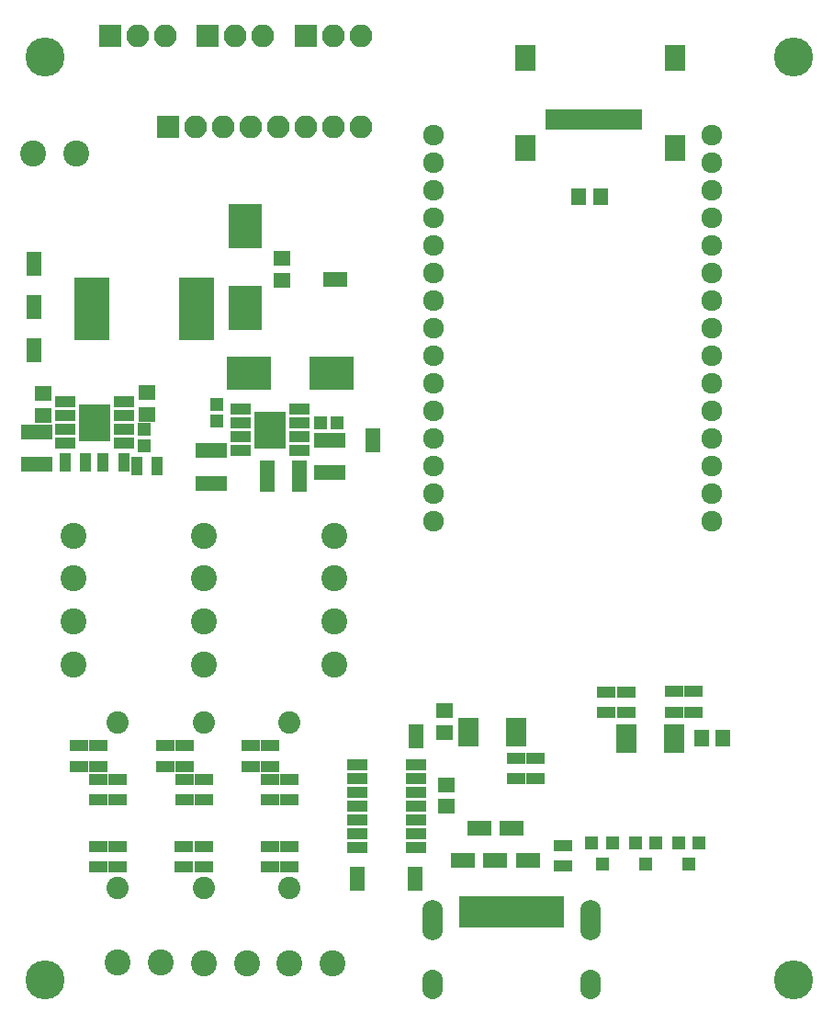
<source format=gts>
G04 #@! TF.GenerationSoftware,KiCad,Pcbnew,(5.0.0)*
G04 #@! TF.CreationDate,2018-12-16T10:52:04+01:00*
G04 #@! TF.ProjectId,ODMeter,4F444D657465722E6B696361645F7063,rev?*
G04 #@! TF.SameCoordinates,Original*
G04 #@! TF.FileFunction,Soldermask,Top*
G04 #@! TF.FilePolarity,Negative*
%FSLAX46Y46*%
G04 Gerber Fmt 4.6, Leading zero omitted, Abs format (unit mm)*
G04 Created by KiCad (PCBNEW (5.0.0)) date 12/16/18 10:52:04*
%MOMM*%
%LPD*%
G01*
G04 APERTURE LIST*
%ADD10C,0.800000*%
%ADD11R,1.950000X1.000000*%
%ADD12R,3.000000X3.500000*%
%ADD13R,1.400000X1.650000*%
%ADD14R,1.200000X1.900000*%
%ADD15R,1.850000X2.400000*%
%ADD16R,3.300000X5.800000*%
%ADD17C,2.400000*%
%ADD18C,1.924000*%
%ADD19R,0.700000X3.000000*%
%ADD20O,1.900000X2.700000*%
%ADD21O,1.900000X3.700000*%
%ADD22C,3.600000*%
%ADD23R,1.650000X1.400000*%
%ADD24O,2.100000X2.100000*%
%ADD25R,2.100000X2.100000*%
%ADD26R,1.700000X1.100000*%
%ADD27C,2.050000*%
%ADD28R,1.100000X1.700000*%
%ADD29R,1.850000X0.700000*%
%ADD30R,2.200000X1.400000*%
%ADD31R,1.900000X1.000000*%
%ADD32R,3.100000X4.150000*%
%ADD33R,2.900000X1.400000*%
%ADD34R,4.150000X3.100000*%
%ADD35R,1.200000X1.150000*%
%ADD36R,1.150000X1.200000*%
%ADD37R,1.200000X1.300000*%
%ADD38R,1.400000X2.200000*%
%ADD39R,1.400000X2.900000*%
G04 APERTURE END LIST*
D10*
G04 #@! TO.C,U6*
X93400000Y-91000000D03*
X93400000Y-89700000D03*
X92100000Y-89700000D03*
D11*
X90050000Y-88445000D03*
X90050000Y-89715000D03*
X90050000Y-90985000D03*
X90050000Y-92255000D03*
X95450000Y-88445000D03*
X95450000Y-89715000D03*
X95450000Y-90985000D03*
X95450000Y-92255000D03*
D12*
X92750000Y-90350000D03*
D10*
X92100000Y-91000000D03*
G04 #@! TD*
G04 #@! TO.C,U4*
X75900000Y-89000000D03*
X75900000Y-90300000D03*
X77200000Y-90300000D03*
D11*
X79250000Y-91555000D03*
X79250000Y-90285000D03*
X79250000Y-89015000D03*
X79250000Y-87745000D03*
X73850000Y-91555000D03*
X73850000Y-90285000D03*
X73850000Y-89015000D03*
X73850000Y-87745000D03*
D12*
X76550000Y-89650000D03*
D10*
X77200000Y-89000000D03*
G04 #@! TD*
D13*
G04 #@! TO.C,C16*
X121200000Y-68825000D03*
X123200000Y-68825000D03*
G04 #@! TD*
D14*
G04 #@! TO.C,J24*
X126450000Y-61750000D03*
X125350000Y-61750000D03*
X124250000Y-61750000D03*
X123150000Y-61750000D03*
X122050000Y-61750000D03*
X120950000Y-61750000D03*
X119850000Y-61750000D03*
X118750000Y-61750000D03*
D15*
X130050000Y-56050000D03*
X130050000Y-64350000D03*
X116300000Y-56050000D03*
X116300000Y-64350000D03*
G04 #@! TD*
D16*
G04 #@! TO.C,L1*
X76300000Y-79200000D03*
X86000000Y-79200000D03*
G04 #@! TD*
D17*
G04 #@! TO.C,J20*
X70870000Y-64900000D03*
X74830000Y-64900000D03*
G04 #@! TD*
D18*
G04 #@! TO.C,U3*
X133470000Y-98770000D03*
X133470000Y-96230000D03*
X133470000Y-93690000D03*
X133470000Y-91150000D03*
X133470000Y-88610000D03*
X133470000Y-86070000D03*
X133470000Y-83530000D03*
X133470000Y-80990000D03*
X133470000Y-78450000D03*
X133470000Y-75910000D03*
X133470000Y-73370000D03*
X133470000Y-70830000D03*
X133470000Y-68290000D03*
X133470000Y-65750000D03*
X133470000Y-63210000D03*
X107800000Y-63210000D03*
X107800000Y-65750000D03*
X107800000Y-68290000D03*
X107800000Y-70830000D03*
X107800000Y-73370000D03*
X107800000Y-75910000D03*
X107800000Y-78450000D03*
X107800000Y-80990000D03*
X107800000Y-83530000D03*
X107800000Y-86070000D03*
X107800000Y-88610000D03*
X107800000Y-91150000D03*
X107800000Y-93690000D03*
X107800000Y-96230000D03*
X107800000Y-98770000D03*
G04 #@! TD*
D19*
G04 #@! TO.C,J11*
X119500000Y-134690000D03*
X119000000Y-134690000D03*
X118500000Y-134690000D03*
X118000000Y-134690000D03*
X117500000Y-134690000D03*
X117000000Y-134690000D03*
X116500000Y-134690000D03*
X116000000Y-134690000D03*
X115500000Y-134690000D03*
X110500000Y-134690000D03*
X111000000Y-134690000D03*
X111500000Y-134690000D03*
X112000000Y-134690000D03*
X112500000Y-134690000D03*
X113000000Y-134690000D03*
X113500000Y-134690000D03*
X114000000Y-134690000D03*
X114500000Y-134690000D03*
X115000000Y-134690000D03*
D20*
X122250000Y-141410000D03*
X107750000Y-141410000D03*
D21*
X122250000Y-135450000D03*
X107750000Y-135450000D03*
G04 #@! TD*
D22*
G04 #@! TO.C,REF\002A\002A*
X141000000Y-56000000D03*
G04 #@! TD*
G04 #@! TO.C,REF\002A\002A*
X141000000Y-141000000D03*
G04 #@! TD*
G04 #@! TO.C,REF\002A\002A*
X72000000Y-141000000D03*
G04 #@! TD*
D23*
G04 #@! TO.C,C2*
X108950000Y-125000000D03*
X108950000Y-123000000D03*
G04 #@! TD*
D17*
G04 #@! TO.C,J9*
X78700000Y-139400000D03*
X94540000Y-139500000D03*
X98500000Y-139500000D03*
X90580000Y-139500000D03*
X86620000Y-139500000D03*
X82660000Y-139400000D03*
G04 #@! TD*
D24*
G04 #@! TO.C,J3*
X101080000Y-62450000D03*
X98540000Y-62450000D03*
X96000000Y-62450000D03*
X93460000Y-62450000D03*
X90920000Y-62450000D03*
X88380000Y-62450000D03*
X85840000Y-62450000D03*
D25*
X83300000Y-62450000D03*
G04 #@! TD*
D26*
G04 #@! TO.C,R13*
X84850000Y-122500000D03*
X84850000Y-124400000D03*
G04 #@! TD*
G04 #@! TO.C,R12*
X83050000Y-119400000D03*
X83050000Y-121300000D03*
G04 #@! TD*
D27*
G04 #@! TO.C,R6*
X78700000Y-132520000D03*
X78700000Y-117280000D03*
G04 #@! TD*
D13*
G04 #@! TO.C,C1*
X132500000Y-118725000D03*
X134500000Y-118725000D03*
G04 #@! TD*
D23*
G04 #@! TO.C,C7*
X71850000Y-87000000D03*
X71850000Y-89000000D03*
G04 #@! TD*
D26*
G04 #@! TO.C,R22*
X94540000Y-122500000D03*
X94540000Y-124400000D03*
G04 #@! TD*
G04 #@! TO.C,R24*
X94540000Y-130600000D03*
X94540000Y-128700000D03*
G04 #@! TD*
G04 #@! TO.C,R25*
X92750000Y-128700000D03*
X92750000Y-130600000D03*
G04 #@! TD*
D24*
G04 #@! TO.C,J2*
X83080000Y-54000000D03*
X80540000Y-54000000D03*
D25*
X78000000Y-54000000D03*
G04 #@! TD*
D28*
G04 #@! TO.C,R29*
X75750000Y-93350000D03*
X73850000Y-93350000D03*
G04 #@! TD*
D29*
G04 #@! TO.C,U2*
X129950000Y-117750000D03*
X129950000Y-118250000D03*
X129950000Y-118750000D03*
X129950000Y-119250000D03*
X129950000Y-119750000D03*
X125550000Y-119750000D03*
X125550000Y-119250000D03*
X125550000Y-118750000D03*
X125550000Y-118250000D03*
X125550000Y-117750000D03*
G04 #@! TD*
D30*
G04 #@! TO.C,J13*
X113500000Y-130000000D03*
G04 #@! TD*
D31*
G04 #@! TO.C,U1*
X100800000Y-128810000D03*
X100800000Y-127540000D03*
X100800000Y-126270000D03*
X100800000Y-125000000D03*
X100800000Y-123730000D03*
X100800000Y-122460000D03*
X100800000Y-121190000D03*
X106200000Y-121190000D03*
X106200000Y-122460000D03*
X106200000Y-123730000D03*
X106200000Y-125000000D03*
X106200000Y-126270000D03*
X106200000Y-127540000D03*
X106200000Y-128810000D03*
G04 #@! TD*
D26*
G04 #@! TO.C,R1*
X76900000Y-121300000D03*
X76900000Y-119400000D03*
G04 #@! TD*
G04 #@! TO.C,R2*
X75100000Y-119400000D03*
X75100000Y-121300000D03*
G04 #@! TD*
G04 #@! TO.C,R3*
X76900000Y-122500000D03*
X76900000Y-124400000D03*
G04 #@! TD*
G04 #@! TO.C,R4*
X78700000Y-122500000D03*
X78700000Y-124400000D03*
G04 #@! TD*
G04 #@! TO.C,R8*
X78700000Y-130600000D03*
X78700000Y-128700000D03*
G04 #@! TD*
G04 #@! TO.C,R9*
X76900000Y-128700000D03*
X76900000Y-130600000D03*
G04 #@! TD*
G04 #@! TO.C,R10*
X129950000Y-114425000D03*
X129950000Y-116325000D03*
G04 #@! TD*
G04 #@! TO.C,R11*
X84850000Y-121300000D03*
X84850000Y-119400000D03*
G04 #@! TD*
G04 #@! TO.C,R14*
X123750000Y-114450000D03*
X123750000Y-116350000D03*
G04 #@! TD*
G04 #@! TO.C,R15*
X86650000Y-122500000D03*
X86650000Y-124400000D03*
G04 #@! TD*
G04 #@! TO.C,R17*
X86620000Y-130600000D03*
X86620000Y-128700000D03*
G04 #@! TD*
G04 #@! TO.C,R18*
X84800000Y-128700000D03*
X84800000Y-130600000D03*
G04 #@! TD*
G04 #@! TO.C,R20*
X90950000Y-119400000D03*
X90950000Y-121300000D03*
G04 #@! TD*
G04 #@! TO.C,R21*
X92750000Y-122500000D03*
X92750000Y-124400000D03*
G04 #@! TD*
D23*
G04 #@! TO.C,C3*
X81400000Y-88900000D03*
X81400000Y-86900000D03*
G04 #@! TD*
D32*
G04 #@! TO.C,C4*
X90450000Y-71575000D03*
X90450000Y-79125000D03*
G04 #@! TD*
D23*
G04 #@! TO.C,C5*
X93850000Y-74550000D03*
X93850000Y-76550000D03*
G04 #@! TD*
D33*
G04 #@! TO.C,C6*
X71200000Y-93500000D03*
X71200000Y-90500000D03*
G04 #@! TD*
G04 #@! TO.C,C10*
X87350000Y-92250000D03*
X87350000Y-95250000D03*
G04 #@! TD*
G04 #@! TO.C,C12*
X98250000Y-91250000D03*
X98250000Y-94250000D03*
G04 #@! TD*
D34*
G04 #@! TO.C,C13*
X90825000Y-85100000D03*
X98375000Y-85100000D03*
G04 #@! TD*
D35*
G04 #@! TO.C,C14*
X97400000Y-89700000D03*
X98900000Y-89700000D03*
G04 #@! TD*
D36*
G04 #@! TO.C,C15*
X87850000Y-89500000D03*
X87850000Y-88000000D03*
G04 #@! TD*
D37*
G04 #@! TO.C,Q1*
X123350000Y-130350000D03*
X122400000Y-128350000D03*
X124300000Y-128350000D03*
G04 #@! TD*
G04 #@! TO.C,Q2*
X127350000Y-130350000D03*
X126400000Y-128350000D03*
X128300000Y-128350000D03*
G04 #@! TD*
G04 #@! TO.C,Q3*
X131350000Y-130350000D03*
X130400000Y-128350000D03*
X132300000Y-128350000D03*
G04 #@! TD*
D26*
G04 #@! TO.C,R26*
X119700000Y-130500000D03*
X119700000Y-128600000D03*
G04 #@! TD*
D28*
G04 #@! TO.C,R27*
X79250000Y-93350000D03*
X77350000Y-93350000D03*
G04 #@! TD*
D26*
G04 #@! TO.C,R28*
X115400000Y-120550000D03*
X115400000Y-122450000D03*
G04 #@! TD*
D28*
G04 #@! TO.C,R30*
X82350000Y-93650000D03*
X80450000Y-93650000D03*
G04 #@! TD*
D26*
G04 #@! TO.C,R31*
X117200000Y-122450000D03*
X117200000Y-120550000D03*
G04 #@! TD*
D36*
G04 #@! TO.C,C8*
X81150000Y-90300000D03*
X81150000Y-91800000D03*
G04 #@! TD*
D38*
G04 #@! TO.C,J1*
X106100000Y-131650000D03*
G04 #@! TD*
D30*
G04 #@! TO.C,J10*
X116500000Y-130000000D03*
G04 #@! TD*
G04 #@! TO.C,J12*
X115000000Y-127000000D03*
G04 #@! TD*
D17*
G04 #@! TO.C,J14*
X74620000Y-107980000D03*
X74620000Y-111940000D03*
X74620000Y-104020000D03*
X74620000Y-100060000D03*
G04 #@! TD*
D30*
G04 #@! TO.C,J15*
X112000000Y-127000000D03*
G04 #@! TD*
D26*
G04 #@! TO.C,R5*
X125550000Y-116350000D03*
X125550000Y-114450000D03*
G04 #@! TD*
D27*
G04 #@! TO.C,R16*
X86620000Y-132520000D03*
X86620000Y-117280000D03*
G04 #@! TD*
D26*
G04 #@! TO.C,R19*
X92750000Y-121300000D03*
X92750000Y-119400000D03*
G04 #@! TD*
D27*
G04 #@! TO.C,R23*
X94540000Y-132520000D03*
X94540000Y-117280000D03*
G04 #@! TD*
D29*
G04 #@! TO.C,U5*
X111000000Y-119150000D03*
X111000000Y-118650000D03*
X111000000Y-118150000D03*
X111000000Y-117650000D03*
X111000000Y-117150000D03*
X115400000Y-117150000D03*
X115400000Y-117650000D03*
X115400000Y-118150000D03*
X115400000Y-118650000D03*
X115400000Y-119150000D03*
G04 #@! TD*
D38*
G04 #@! TO.C,J8*
X100800000Y-131650000D03*
G04 #@! TD*
D30*
G04 #@! TO.C,J16*
X110500000Y-130000000D03*
G04 #@! TD*
D38*
G04 #@! TO.C,J17*
X102200000Y-91300000D03*
G04 #@! TD*
D39*
G04 #@! TO.C,C9*
X95450000Y-94550000D03*
X92450000Y-94550000D03*
G04 #@! TD*
D23*
G04 #@! TO.C,C11*
X108800000Y-118200000D03*
X108800000Y-116200000D03*
G04 #@! TD*
D24*
G04 #@! TO.C,J4*
X92080000Y-54000000D03*
X89540000Y-54000000D03*
D25*
X87000000Y-54000000D03*
G04 #@! TD*
D38*
G04 #@! TO.C,J5*
X106200000Y-118550000D03*
G04 #@! TD*
D24*
G04 #@! TO.C,J6*
X101080000Y-54000000D03*
X98540000Y-54000000D03*
D25*
X96000000Y-54000000D03*
G04 #@! TD*
D17*
G04 #@! TO.C,J18*
X86620000Y-107980000D03*
X86620000Y-111940000D03*
X86620000Y-104020000D03*
X86620000Y-100060000D03*
G04 #@! TD*
G04 #@! TO.C,J19*
X98620000Y-107980000D03*
X98620000Y-111940000D03*
X98620000Y-104020000D03*
X98620000Y-100060000D03*
G04 #@! TD*
D26*
G04 #@! TO.C,R7*
X131750000Y-116325000D03*
X131750000Y-114425000D03*
G04 #@! TD*
D38*
G04 #@! TO.C,J7*
X71000000Y-83000000D03*
G04 #@! TD*
D30*
G04 #@! TO.C,J21*
X98750000Y-76500000D03*
G04 #@! TD*
D22*
G04 #@! TO.C,REF\002A\002A*
X72000000Y-56000000D03*
G04 #@! TD*
D38*
G04 #@! TO.C,J22*
X71000000Y-79000000D03*
G04 #@! TD*
G04 #@! TO.C,J23*
X71000000Y-75000000D03*
G04 #@! TD*
M02*

</source>
